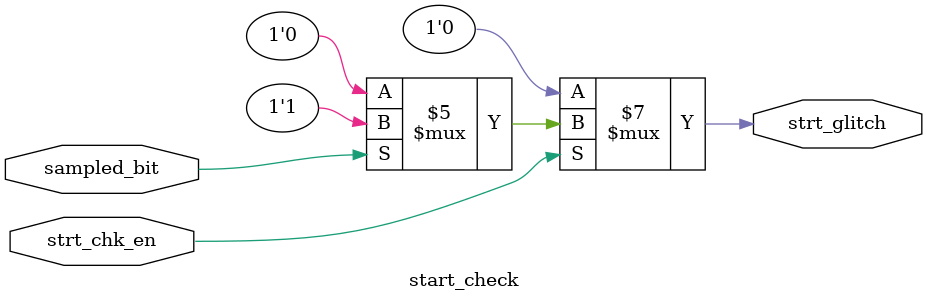
<source format=v>

module start_check(
  input strt_chk_en,
  input sampled_bit,
  output reg strt_glitch
  );
  
  always @(*)
  begin  
    
     if(strt_chk_en)
      begin
        
        if(sampled_bit == 1'd0)
          begin
            strt_glitch <= 1'd0;
          end
        else
          begin
            strt_glitch <= 1'd1;
          end
          
      end
      
    else
      begin
        strt_glitch <= 1'd0;
      end
      
  end
  
endmodule
</source>
